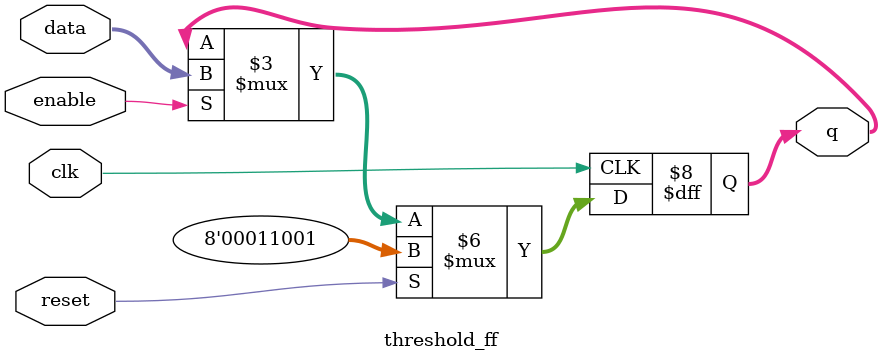
<source format=sv>
`timescale 1ns / 1ps

module threshold_ff(
  input  [7:0] data,
  input  clk, 
  input  reset,
  input logic enable,
  output reg[7:0] q    //SystemVerilog logic is preferred over reg
);


always_ff @(posedge clk) begin
  if (reset) begin
    q <= 8'b00011001;
  end
  else if(enable == 1) begin
    q <= data;
  end
end

endmodule
</source>
